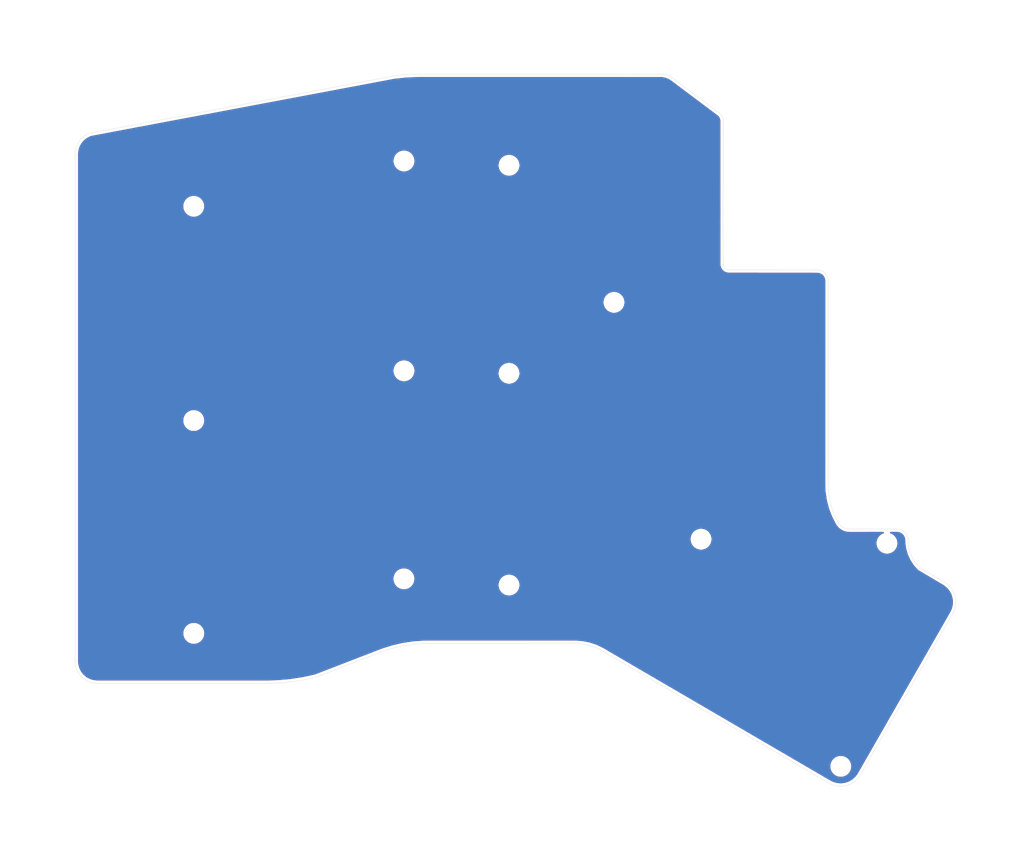
<source format=kicad_pcb>
(kicad_pcb (version 20240108) (generator "pcbnew") (generator_version "8.0")
  (layers (0 "F.Cu" signal) (31 "B.Cu" signal) (34 "B.Paste" user) (35 "F.Paste" user) (36 "B.SilkS" user "B.Silkscreen") (37 "F.SilkS" user "F.Silkscreen") (38 "B.Mask" user) (39 "F.Mask" user) (44 "Edge.Cuts" user))
  (net 0 "")
  (footprint "Zodiark:HOLE_M2" (layer "F.Cu") (at 50 71.47)
    (property "Reference" "HOLE_M2" (hide yes))
    (property "Value" "VAL**" (hide yes))
    (pad "" np_thru_hole circle (at 0 0) (size 2.2 2.2) (drill 2.2) (layers "*.Cu" "*.Mask" "F.SilkS") (clearance 0.8))
  )
  (footprint "Zodiark:HOLE_M2" (layer "F.Cu") (at 50 110.33)
    (property "Reference" "HOLE_M2" (hide yes))
    (property "Value" "VAL**" (hide yes))
    (pad "" np_thru_hole circle (at 0 0) (size 2.2 2.2) (drill 2.2) (layers "*.Cu" "*.Mask" "F.SilkS") (clearance 0.8))
  )
  (footprint "Zodiark:HOLE_M2" (layer "F.Cu") (at 50.01 148.93)
    (property "Reference" "HOLE_M2" (hide yes))
    (property "Value" "VAL**" (hide yes))
    (pad "" np_thru_hole circle (at 0 0) (size 2.2 2.2) (drill 2.2) (layers "*.Cu" "*.Mask" "F.SilkS") (clearance 0.8))
  )
  (footprint "Zodiark:HOLE_M2" (layer "F.Cu") (at 88.11 63.25)
    (property "Reference" "HOLE_M2" (hide yes))
    (property "Value" "VAL**" (hide yes))
    (pad "" np_thru_hole circle (at 0 0) (size 2.2 2.2) (drill 2.2) (layers "*.Cu" "*.Mask" "F.SilkS") (clearance 0.8))
  )
  (footprint "Zodiark:HOLE_M2" (layer "F.Cu") (at 88.11 101.31)
    (property "Reference" "HOLE_M2" (hide yes))
    (property "Value" "VAL**" (hide yes))
    (pad "" np_thru_hole circle (at 0 0) (size 2.2 2.2) (drill 2.2) (layers "*.Cu" "*.Mask" "F.SilkS") (clearance 0.8))
  )
  (footprint "Zodiark:HOLE_M2" (layer "F.Cu") (at 88.1 139.04)
    (property "Reference" "HOLE_M2" (hide yes))
    (property "Value" "VAL**" (hide yes))
    (pad "" np_thru_hole circle (at 0 0) (size 2.2 2.2) (drill 2.2) (layers "*.Cu" "*.Mask" "F.SilkS") (clearance 0.8))
  )
  (footprint "Zodiark:HOLE_M2" (layer "F.Cu") (at 107.15 64.03)
    (property "Reference" "HOLE_M2" (hide yes))
    (property "Value" "VAL**" (hide yes))
    (pad "" np_thru_hole circle (at 0 0) (size 2.2 2.2) (drill 2.2) (layers "*.Cu" "*.Mask" "F.SilkS") (clearance 0.8))
  )
  (footprint "Zodiark:HOLE_M2" (layer "F.Cu") (at 107.15 101.76)
    (property "Reference" "HOLE_M2" (hide yes))
    (property "Value" "VAL**" (hide yes))
    (pad "" np_thru_hole circle (at 0 0) (size 2.2 2.2) (drill 2.2) (layers "*.Cu" "*.Mask" "F.SilkS") (clearance 0.8))
  )
  (footprint "Zodiark:HOLE_M2" (layer "F.Cu") (at 107.15 140.17)
    (property "Reference" "HOLE_M2" (hide yes))
    (property "Value" "VAL**" (hide yes))
    (pad "" np_thru_hole circle (at 0 0) (size 2.2 2.2) (drill 2.2) (layers "*.Cu" "*.Mask" "F.SilkS") (clearance 0.8))
  )
  (footprint "Zodiark:HOLE_M2" (layer "F.Cu") (at 126.18 88.89)
    (property "Reference" "HOLE_M2" (hide yes))
    (property "Value" "VAL**" (hide yes))
    (pad "" np_thru_hole circle (at 0 0) (size 2.2 2.2) (drill 2.2) (layers "*.Cu" "*.Mask" "F.SilkS") (clearance 0.8))
  )
  (footprint "Zodiark:HOLE_M2" (layer "F.Cu") (at 141.96 131.85)
    (property "Reference" "HOLE_M2" (hide yes))
    (property "Value" "VAL**" (hide yes))
    (pad "" np_thru_hole circle (at 0 0) (size 2.2 2.2) (drill 2.2) (layers "*.Cu" "*.Mask" "F.SilkS") (clearance 0.8))
  )
  (footprint "Zodiark:HOLE_M2" (layer "F.Cu") (at 175.66 132.58)
    (property "Reference" "HOLE_M2" (hide yes))
    (property "Value" "VAL**" (hide yes))
    (pad "" np_thru_hole circle (at 0 0) (size 2.2 2.2) (drill 2.2) (layers "*.Cu" "*.Mask" "F.SilkS") (clearance 0.8))
  )
  (footprint "Zodiark:HOLE_M2" (layer "F.Cu") (at 167.29 173.05)
    (property "Reference" "HOLE_M2" (hide yes))
    (property "Value" "VAL**" (hide yes))
    (pad "" np_thru_hole circle (at 0 0) (size 2.2 2.2) (drill 2.2) (layers "*.Cu" "*.Mask" "F.SilkS") (clearance 0.8))
  )
  (gr_arc (start 170.75 174.75) (mid 168.133884 176.565864) (end 165.000002 176) (stroke (width 0.05)) (layer "Edge.Cuts"))
  (gr_line (start 187.499999 145.499999) (end 170.75 174.75) (stroke (width 0.05)) (layer "Edge.Cuts"))
  (gr_line (start 28.499689 61.999999) (end 28.5 154) (stroke (width 0.05)) (layer "Edge.Cuts"))
  (gr_line (start 31.250001 58.200001) (end 86.331103 47.815204) (stroke (width 0.05)) (layer "Edge.Cuts"))
  (gr_line (start 181.64906 137.025283) (end 186.249999 139.750001) (stroke (width 0.05)) (layer "Edge.Cuts"))
  (gr_line (start 165.000002 176) (end 124.649999 152.450001) (stroke (width 0.05)) (layer "Edge.Cuts"))
  (gr_line (start 119.05202 150.751963) (end 92.5 150.75) (stroke (width 0.05)) (layer "Edge.Cuts"))
  (gr_line (start 84.209892 152.214255) (end 72.098667 156.893847) (stroke (width 0.05)) (layer "Edge.Cuts"))
  (gr_line (start 63.15 158) (end 32.5 158) (stroke (width 0.05)) (layer "Edge.Cuts"))
  (gr_line (start 168.987947 130.016887) (end 177.424492 130.001044) (stroke (width 0.05)) (layer "Edge.Cuts"))
  (gr_line (start 163.009999 82.989901) (end 146.990745 82.980158) (stroke (width 0.05)) (layer "Edge.Cuts"))
  (gr_line (start 146.010001 82.009999) (end 145.99 56) (stroke (width 0.05)) (layer "Edge.Cuts"))
  (gr_line (start 145.049254 54.388865) (end 136.939999 48.300001) (stroke (width 0.05)) (layer "Edge.Cuts"))
  (gr_line (start 134.95715 47.502742) (end 90.85 47.5) (stroke (width 0.05)) (layer "Edge.Cuts"))
  (gr_arc (start 119.05202 150.751963) (mid 121.974742 151.19307) (end 124.649999 152.450001) (stroke (width 0.05)) (layer "Edge.Cuts"))
  (gr_arc (start 181.64906 137.025283) (mid 180.059811 134.732761) (end 179.5 132) (stroke (width 0.05)) (layer "Edge.Cuts"))
  (gr_arc (start 163.009999 82.989901) (mid 164.431336 83.582805) (end 165.009999 85.009999) (stroke (width 0.05)) (layer "Edge.Cuts"))
  (gr_arc (start 145.049254 54.388865) (mid 145.737595 55.06716) (end 145.99 56) (stroke (width 0.05)) (layer "Edge.Cuts"))
  (gr_line (start 165.01 85.01) (end 165 122.01) (stroke (width 0.05)) (layer "Edge.Cuts"))
  (gr_arc (start 166.837195 128.781644) (mid 165.478743 125.515157) (end 165.000001 122.009999) (stroke (width 0.05)) (layer "Edge.Cuts"))
  (gr_arc (start 146.990745 82.980158) (mid 146.303631 82.693967) (end 146.010001 82.009999) (stroke (width 0.05)) (layer "Edge.Cuts"))
  (gr_arc (start 84.209892 152.214255) (mid 88.290786 151.118875) (end 92.5 150.75) (stroke (width 0.05)) (layer "Edge.Cuts"))
  (gr_arc (start 186.249999 139.750001) (mid 188.065863 142.366117) (end 187.499999 145.499999) (stroke (width 0.05)) (layer "Edge.Cuts"))
  (gr_arc (start 32.5 158) (mid 29.671573 156.828427) (end 28.5 154) (stroke (width 0.05)) (layer "Edge.Cuts"))
  (gr_arc (start 28.499689 61.999999) (mid 29.259408 59.654567) (end 31.250001 58.200001) (stroke (width 0.05)) (layer "Edge.Cuts"))
  (gr_arc (start 72.098667 156.893847) (mid 67.658387 157.722413) (end 63.15 158) (stroke (width 0.05)) (layer "Edge.Cuts"))
  (gr_arc (start 134.95715 47.502742) (mid 136.005052 47.760908) (end 136.939999 48.300001) (stroke (width 0.05)) (layer "Edge.Cuts"))
  (gr_arc (start 86.331103 47.815204) (mid 88.585062 47.578897) (end 90.85 47.5) (stroke (width 0.05)) (layer "Edge.Cuts"))
  (gr_arc (start 168.987947 130.016887) (mid 167.735323 129.707882) (end 166.837196 128.781643) (stroke (width 0.05)) (layer "Edge.Cuts"))
  (gr_arc (start 177.424492 130.001044) (mid 178.884352 130.562251) (end 179.499999 132.000001) (stroke (width 0.05)) (layer "Edge.Cuts"))
  (zone (net 0) (net_name "") (layer "F.Cu") (connect_pads (clearance 0.508)) (min_thickness 0.254) (fill yes (thermal_gap 0.508) (thermal_bridge_width 0.508))
    (polygon (pts (xy 199.81 34.38) (xy 200.28 186.78) (xy 16.29 185.84) (xy 14.88 34.05)))
  )
  (zone (net 0) (net_name "") (layer "B.Cu") (connect_pads (clearance 0.508)) (min_thickness 0.254) (fill yes (thermal_gap 0.508) (thermal_bridge_width 0.508))
    (polygon (pts (xy 200.52 186.98) (xy 16.29 185.81) (xy 15.35 34.75) (xy 200.05 34.51)))
  )
)
</source>
